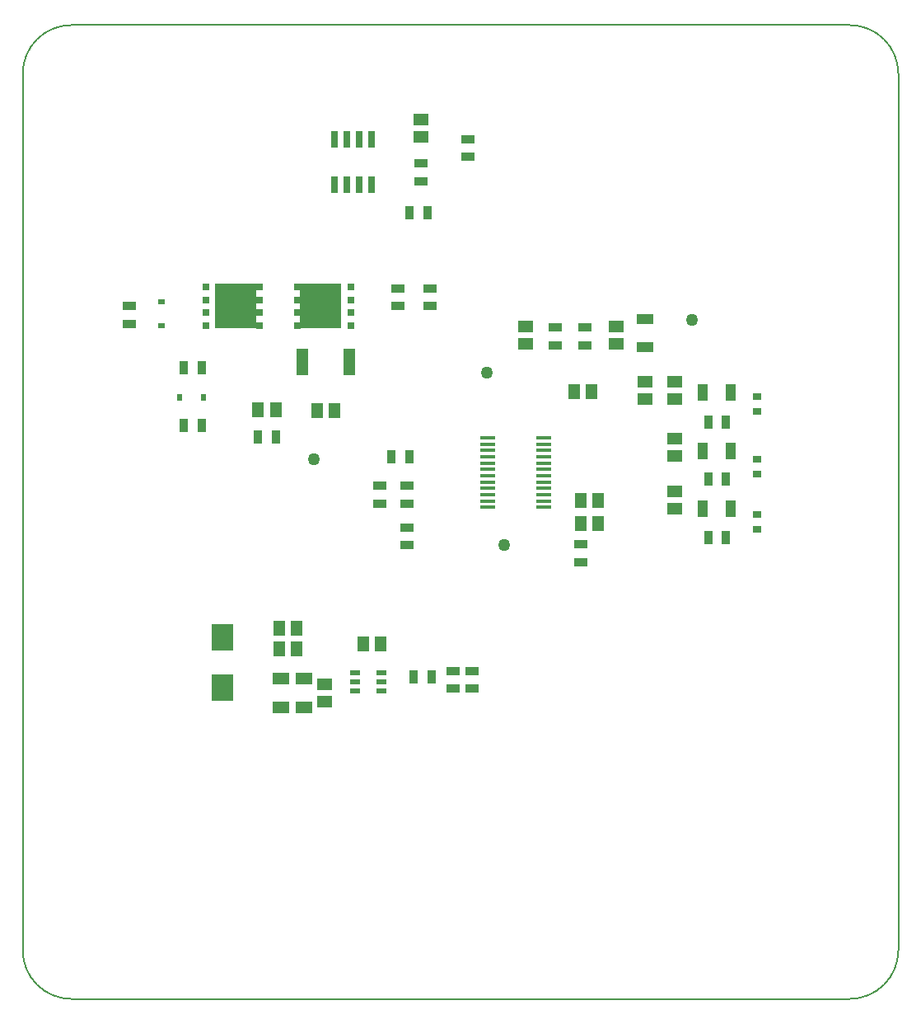
<source format=gtp>
G04*
G04 #@! TF.GenerationSoftware,Altium Limited,Altium Designer,21.1.1 (26)*
G04*
G04 Layer_Color=8421504*
%FSLAX25Y25*%
%MOIN*%
G70*
G04*
G04 #@! TF.SameCoordinates,8D04B9CC-E963-441F-A638-D17954596142*
G04*
G04*
G04 #@! TF.FilePolarity,Positive*
G04*
G01*
G75*
%ADD16C,0.00591*%
G04:AMPARAMS|DCode=17|XSize=61.81mil|YSize=16.14mil|CornerRadius=2.02mil|HoleSize=0mil|Usage=FLASHONLY|Rotation=180.000|XOffset=0mil|YOffset=0mil|HoleType=Round|Shape=RoundedRectangle|*
%AMROUNDEDRECTD17*
21,1,0.06181,0.01211,0,0,180.0*
21,1,0.05778,0.01614,0,0,180.0*
1,1,0.00404,-0.02889,0.00605*
1,1,0.00404,0.02889,0.00605*
1,1,0.00404,0.02889,-0.00605*
1,1,0.00404,-0.02889,-0.00605*
%
%ADD17ROUNDEDRECTD17*%
%ADD18C,0.05000*%
%ADD19R,0.04331X0.02362*%
%ADD20R,0.02205X0.02717*%
%ADD21R,0.02717X0.02205*%
%ADD22R,0.02835X0.07008*%
%ADD23R,0.05118X0.11024*%
%ADD24R,0.04134X0.06693*%
%ADD25R,0.05315X0.03740*%
%ADD26R,0.02756X0.02559*%
%ADD27R,0.08661X0.10630*%
%ADD28R,0.07087X0.04528*%
%ADD29R,0.05906X0.04724*%
%ADD30R,0.04724X0.05906*%
%ADD31R,0.03543X0.02559*%
%ADD32R,0.03740X0.05315*%
%ADD33R,0.06693X0.04134*%
%ADD34R,0.16535X0.18150*%
D16*
X354331Y374016D02*
G03*
X334646Y393701I-19685J0D01*
G01*
Y0D02*
G03*
X354331Y19685I0J19685D01*
G01*
X19685Y393701D02*
G03*
X0Y374016I0J-19685D01*
G01*
X0Y19685D02*
G03*
X19685Y0I19685J0D01*
G01*
X354331Y19685D02*
Y374016D01*
X19685Y0D02*
X334646D01*
X0Y19685D02*
Y374016D01*
X19685Y393701D02*
X334646D01*
D17*
X210709Y198721D02*
D03*
Y201279D02*
D03*
Y203839D02*
D03*
Y206398D02*
D03*
Y208957D02*
D03*
Y211516D02*
D03*
Y214075D02*
D03*
Y216634D02*
D03*
Y219193D02*
D03*
Y221752D02*
D03*
Y224311D02*
D03*
Y226870D02*
D03*
X188110D02*
D03*
Y224311D02*
D03*
Y221752D02*
D03*
Y219193D02*
D03*
Y216634D02*
D03*
Y214075D02*
D03*
Y211516D02*
D03*
Y208957D02*
D03*
Y206398D02*
D03*
Y203839D02*
D03*
Y201279D02*
D03*
Y198721D02*
D03*
D18*
X117913Y218012D02*
D03*
X194980Y183366D02*
D03*
X270669Y274410D02*
D03*
X187697Y253248D02*
D03*
D19*
X145079Y131890D02*
D03*
Y128150D02*
D03*
Y124409D02*
D03*
X134449D02*
D03*
Y128150D02*
D03*
Y131890D02*
D03*
D20*
X73012Y243110D02*
D03*
X63406D02*
D03*
D21*
X56299Y272165D02*
D03*
Y281772D02*
D03*
D22*
X126260Y329075D02*
D03*
X131260D02*
D03*
X136260D02*
D03*
X141260D02*
D03*
X126260Y347500D02*
D03*
X131260D02*
D03*
X136260D02*
D03*
X141260D02*
D03*
D23*
X113189Y257677D02*
D03*
X132087D02*
D03*
D24*
X286417Y198031D02*
D03*
X275197D02*
D03*
X286417Y245177D02*
D03*
X275197D02*
D03*
X286417Y221555D02*
D03*
X275197D02*
D03*
D25*
X174114Y125394D02*
D03*
Y132677D02*
D03*
X225984Y183858D02*
D03*
X225984Y176575D02*
D03*
X215335Y264265D02*
D03*
Y271548D02*
D03*
X164764Y280020D02*
D03*
Y287303D02*
D03*
X144390Y200197D02*
D03*
Y207480D02*
D03*
X227544Y264265D02*
D03*
Y271548D02*
D03*
X155413Y207480D02*
D03*
X155413Y200197D02*
D03*
X155610Y183366D02*
D03*
Y190650D02*
D03*
X151969Y287303D02*
D03*
X151969Y280020D02*
D03*
X43110Y272743D02*
D03*
Y280026D02*
D03*
X180020Y347638D02*
D03*
Y340354D02*
D03*
X161221Y330413D02*
D03*
Y337697D02*
D03*
X181791Y132677D02*
D03*
Y125394D02*
D03*
D26*
X95756Y272224D02*
D03*
Y277421D02*
D03*
X95756Y282618D02*
D03*
Y287815D02*
D03*
X74083Y272224D02*
D03*
Y277421D02*
D03*
Y282618D02*
D03*
X74083Y287815D02*
D03*
X111014Y277421D02*
D03*
Y272224D02*
D03*
Y282618D02*
D03*
Y287815D02*
D03*
X132687Y282618D02*
D03*
Y272224D02*
D03*
Y277421D02*
D03*
X132687Y287815D02*
D03*
D27*
X80709Y125984D02*
D03*
Y146063D02*
D03*
D28*
X113681Y117717D02*
D03*
Y129528D02*
D03*
X104331Y117717D02*
D03*
Y129528D02*
D03*
D29*
X122146Y127165D02*
D03*
Y120079D02*
D03*
X240072Y264764D02*
D03*
Y271850D02*
D03*
X263779Y242421D02*
D03*
Y249508D02*
D03*
X263779Y198228D02*
D03*
Y205315D02*
D03*
X263779Y219390D02*
D03*
Y226476D02*
D03*
X203445Y264764D02*
D03*
Y271850D02*
D03*
X251772Y242421D02*
D03*
Y249508D02*
D03*
X161221Y348425D02*
D03*
Y355512D02*
D03*
D30*
X102362Y238090D02*
D03*
X95276D02*
D03*
X225689Y201673D02*
D03*
X232776D02*
D03*
X126279Y237992D02*
D03*
X119193D02*
D03*
X232874Y192224D02*
D03*
X225787D02*
D03*
X230217Y245374D02*
D03*
X223130D02*
D03*
X144783Y143602D02*
D03*
X137697D02*
D03*
X103828Y141437D02*
D03*
X110915D02*
D03*
X103828Y149705D02*
D03*
X110915D02*
D03*
D31*
X297244Y189862D02*
D03*
X297244Y195768D02*
D03*
X297244Y212205D02*
D03*
X297244Y218110D02*
D03*
X297244Y237500D02*
D03*
Y243406D02*
D03*
D32*
X277362Y233169D02*
D03*
X284646D02*
D03*
X65151Y255315D02*
D03*
X72435D02*
D03*
X149213Y219291D02*
D03*
X156496Y219291D02*
D03*
X277362Y210039D02*
D03*
X284646D02*
D03*
X277362Y186417D02*
D03*
X284646Y186417D02*
D03*
X102461Y227264D02*
D03*
X95177Y227264D02*
D03*
X72435Y231791D02*
D03*
X65151Y231791D02*
D03*
X156398Y317913D02*
D03*
X163681D02*
D03*
X158071Y130020D02*
D03*
X165354D02*
D03*
D33*
X251673Y274704D02*
D03*
Y263484D02*
D03*
D34*
X86288Y280020D02*
D03*
X120482Y280020D02*
D03*
M02*

</source>
